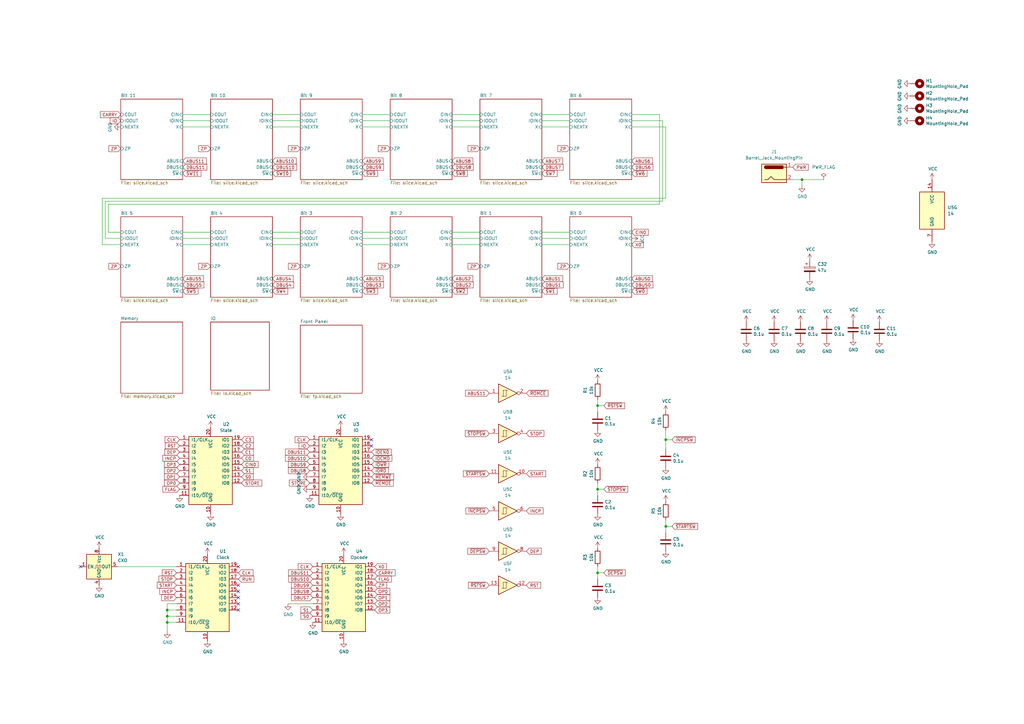
<source format=kicad_sch>
(kicad_sch (version 20230121) (generator eeschema)
  (paper "A3")
  (lib_symbols
    (symbol "74xx:74LS14" (pin_names (offset 1.016))
      (property "Reference" "U" (at 0 1.27 0))
      (property "Value" "74LS14" (at 0 -1.27 0))
      (symbol "74LS14_1_0"
        (polyline (pts (xy -3.81 3.81) (xy -3.81 -3.81) (xy 3.81 0) (xy -3.81 3.81)) (stroke (width 0.254)) (fill (type background)))
        (pin input line (at -7.62 0 0) (length 3.81) (name "~") (number "1"))
        (pin output inverted (at 7.62 0 180) (length 3.81) (name "~") (number "2"))
      )
      (symbol "74LS14_1_1"
        (polyline (pts (xy -1.905 -1.27) (xy -1.905 1.27) (xy -0.635 1.27)))
        (polyline (pts (xy -2.54 -1.27) (xy -0.635 -1.27) (xy -0.635 1.27) (xy 0 1.27)))
      )
      (symbol "74LS14_2_0"
        (polyline (pts (xy -3.81 3.81) (xy -3.81 -3.81) (xy 3.81 0) (xy -3.81 3.81)) (stroke (width 0.254)) (fill (type background)))
        (pin input line (at -7.62 0 0) (length 3.81) (name "~") (number "3"))
        (pin output inverted (at 7.62 0 180) (length 3.81) (name "~") (number "4"))
      )
      (symbol "74LS14_2_1"
        (polyline (pts (xy -1.905 -1.27) (xy -1.905 1.27) (xy -0.635 1.27)))
        (polyline (pts (xy -2.54 -1.27) (xy -0.635 -1.27) (xy -0.635 1.27) (xy 0 1.27)))
      )
      (symbol "74LS14_3_0"
        (polyline (pts (xy -3.81 3.81) (xy -3.81 -3.81) (xy 3.81 0) (xy -3.81 3.81)) (stroke (width 0.254)) (fill (type background)))
        (pin input line (at -7.62 0 0) (length 3.81) (name "~") (number "5"))
        (pin output inverted (at 7.62 0 180) (length 3.81) (name "~") (number "6"))
      )
      (symbol "74LS14_3_1"
        (polyline (pts (xy -1.905 -1.27) (xy -1.905 1.27) (xy -0.635 1.27)))
        (polyline (pts (xy -2.54 -1.27) (xy -0.635 -1.27) (xy -0.635 1.27) (xy 0 1.27)))
      )
      (symbol "74LS14_4_0"
        (polyline (pts (xy -3.81 3.81) (xy -3.81 -3.81) (xy 3.81 0) (xy -3.81 3.81)) (stroke (width 0.254)) (fill (type background)))
        (pin output inverted (at 7.62 0 180) (length 3.81) (name "~") (number "8"))
        (pin input line (at -7.62 0 0) (length 3.81) (name "~") (number "9"))
      )
      (symbol "74LS14_4_1"
        (polyline (pts (xy -1.905 -1.27) (xy -1.905 1.27) (xy -0.635 1.27)))
        (polyline (pts (xy -2.54 -1.27) (xy -0.635 -1.27) (xy -0.635 1.27) (xy 0 1.27)))
      )
      (symbol "74LS14_5_0"
        (polyline (pts (xy -3.81 3.81) (xy -3.81 -3.81) (xy 3.81 0) (xy -3.81 3.81)) (stroke (width 0.254)) (fill (type background)))
        (pin output inverted (at 7.62 0 180) (length 3.81) (name "~") (number "10"))
        (pin input line (at -7.62 0 0) (length 3.81) (name "~") (number "11"))
      )
      (symbol "74LS14_5_1"
        (polyline (pts (xy -1.905 -1.27) (xy -1.905 1.27) (xy -0.635 1.27)))
        (polyline (pts (xy -2.54 -1.27) (xy -0.635 -1.27) (xy -0.635 1.27) (xy 0 1.27)))
      )
      (symbol "74LS14_6_0"
        (polyline (pts (xy -3.81 3.81) (xy -3.81 -3.81) (xy 3.81 0) (xy -3.81 3.81)) (stroke (width 0.254)) (fill (type background)))
        (pin output inverted (at 7.62 0 180) (length 3.81) (name "~") (number "12"))
        (pin input line (at -7.62 0 0) (length 3.81) (name "~") (number "13"))
      )
      (symbol "74LS14_6_1"
        (polyline (pts (xy -1.905 -1.27) (xy -1.905 1.27) (xy -0.635 1.27)))
        (polyline (pts (xy -2.54 -1.27) (xy -0.635 -1.27) (xy -0.635 1.27) (xy 0 1.27)))
      )
      (symbol "74LS14_7_0"
        (pin power_in line (at 0 12.7 270) (length 5.08) (name "VCC") (number "14"))
        (pin power_in line (at 0 -12.7 90) (length 5.08) (name "GND") (number "7"))
      )
      (symbol "74LS14_7_1"
        (rectangle (start -5.08 7.62) (end 5.08 -7.62) (stroke (width 0.254)) (fill (type background)))
      )
    )
    (symbol "Connector:Barrel_Jack" (pin_names (offset 1.016))
      (property "Reference" "J" (at 0 5.334 0))
      (property "Value" "Barrel_Jack" (at 0 -5.08 0))
      (symbol "Barrel_Jack_0_1"
        (rectangle (start -5.08 3.81) (end 5.08 -3.81) (stroke (width 0.254)) (fill (type background)))
        (arc (start -3.302 3.175) (mid -3.9343 2.54) (end -3.302 1.905) (stroke (width 0.254)))
        (arc (start -3.302 3.175) (mid -3.9343 2.54) (end -3.302 1.905) (stroke (width 0.254)) (fill (type outline)))
        (polyline (pts (xy 5.08 2.54) (xy 3.81 2.54)) (stroke (width 0.254)))
        (polyline (pts (xy -3.81 -2.54) (xy -2.54 -2.54) (xy -1.27 -1.27) (xy 0 -2.54) (xy 2.54 -2.54) (xy 5.08 -2.54)) (stroke (width 0.254)))
        (rectangle (start 3.683 3.175) (end -3.302 1.905) (stroke (width 0.254)) (fill (type outline)))
      )
      (symbol "Barrel_Jack_1_1"
        (pin passive line (at 7.62 2.54 180) (length 2.54) (name "~") (number "1"))
        (pin passive line (at 7.62 -2.54 180) (length 2.54) (name "~") (number "2"))
      )
    )
    (symbol "Device:C" (pin_numbers hide) (pin_names (offset 0.254))
      (property "Reference" "C" (at 0.635 2.54 0))
      (property "Value" "C" (at 0.635 -2.54 0))
      (symbol "C_0_1"
        (polyline (pts (xy -2.032 -0.762) (xy 2.032 -0.762)) (stroke (width 0.508)))
        (polyline (pts (xy -2.032 0.762) (xy 2.032 0.762)) (stroke (width 0.508)))
      )
      (symbol "C_1_1"
        (pin passive line (at 0 3.81 270) (length 2.794) (name "~") (number "1"))
        (pin passive line (at 0 -3.81 90) (length 2.794) (name "~") (number "2"))
      )
    )
    (symbol "Device:C_Polarized" (pin_numbers hide) (pin_names (offset 0.254))
      (property "Reference" "C" (at 0.635 2.54 0))
      (property "Value" "C_Polarized" (at 0.635 -2.54 0))
      (symbol "C_Polarized_0_1"
        (rectangle (start -2.286 0.508) (end 2.286 1.016))
        (polyline (pts (xy -1.778 2.286) (xy -0.762 2.286)))
        (polyline (pts (xy -1.27 2.794) (xy -1.27 1.778)))
        (rectangle (start 2.286 -0.508) (end -2.286 -1.016) (fill (type outline)))
      )
      (symbol "C_Polarized_1_1"
        (pin passive line (at 0 3.81 270) (length 2.794) (name "~") (number "1"))
        (pin passive line (at 0 -3.81 90) (length 2.794) (name "~") (number "2"))
      )
    )
    (symbol "Device:R" (pin_numbers hide) (pin_names (offset 0))
      (property "Reference" "R" (at 2.032 0 90))
      (property "Value" "R" (at 0 0 90))
      (symbol "R_0_1"
        (rectangle (start -1.016 -2.54) (end 1.016 2.54) (stroke (width 0.254)))
      )
      (symbol "R_1_1"
        (pin passive line (at 0 3.81 270) (length 1.27) (name "~") (number "1"))
        (pin passive line (at 0 -3.81 90) (length 1.27) (name "~") (number "2"))
      )
    )
    (symbol "Logic_Programmable:GAL16V8" (pin_names (offset 1.016))
      (property "Reference" "U" (at -8.89 16.51 0))
      (property "Value" "GAL16V8" (at 1.27 16.51 0))
      (symbol "GAL16V8_0_0"
        (pin power_in line (at 0 -17.78 90) (length 3.81) (name "GND") (number "10"))
        (pin power_in line (at 0 17.78 270) (length 3.81) (name "VCC") (number "20"))
      )
      (symbol "GAL16V8_0_1"
        (rectangle (start -8.89 13.97) (end 8.89 -13.97) (stroke (width 0.254)) (fill (type background)))
      )
      (symbol "GAL16V8_1_1"
        (pin input line (at -12.7 12.7 0) (length 3.81) (name "I1/CLK") (number "1"))
        (pin input line (at -12.7 -10.16 0) (length 3.81) (name "I10/~{OE}") (number "11"))
        (pin tri_state line (at 12.7 -5.08 180) (length 3.81) (name "IO8") (number "12"))
        (pin tri_state line (at 12.7 -2.54 180) (length 3.81) (name "IO7") (number "13"))
        (pin tri_state line (at 12.7 0 180) (length 3.81) (name "IO6") (number "14"))
        (pin tri_state line (at 12.7 2.54 180) (length 3.81) (name "IO5") (number "15"))
        (pin tri_state line (at 12.7 5.08 180) (length 3.81) (name "IO4") (number "16"))
        (pin tri_state line (at 12.7 7.62 180) (length 3.81) (name "I03") (number "17"))
        (pin tri_state line (at 12.7 10.16 180) (length 3.81) (name "IO2") (number "18"))
        (pin tri_state line (at 12.7 12.7 180) (length 3.81) (name "IO1") (number "19"))
        (pin input line (at -12.7 10.16 0) (length 3.81) (name "I2") (number "2"))
        (pin input line (at -12.7 7.62 0) (length 3.81) (name "I3") (number "3"))
        (pin input line (at -12.7 5.08 0) (length 3.81) (name "I4") (number "4"))
        (pin input line (at -12.7 2.54 0) (length 3.81) (name "I5") (number "5"))
        (pin input line (at -12.7 0 0) (length 3.81) (name "I6") (number "6"))
        (pin input line (at -12.7 -2.54 0) (length 3.81) (name "I7") (number "7"))
        (pin input line (at -12.7 -5.08 0) (length 3.81) (name "I8") (number "8"))
        (pin input line (at -12.7 -7.62 0) (length 3.81) (name "I9") (number "9"))
      )
    )
    (symbol "Mechanical:MountingHole_Pad" (pin_numbers hide) (pin_names (offset 1.016) hide)
      (property "Reference" "H" (at 0 6.35 0))
      (property "Value" "MountingHole_Pad" (at 0 4.445 0))
      (symbol "MountingHole_Pad_0_1"
        (circle (center 0 1.27) (radius 1.27) (stroke (width 1.27)))
      )
      (symbol "MountingHole_Pad_1_1"
        (pin input line (at 0 -2.54 90) (length 2.54) (name "1") (number "1"))
      )
    )
    (symbol "Oscillator:CXO_DIP8" (pin_names (offset 0.254))
      (property "Reference" "X" (at -5.08 6.35 0))
      (property "Value" "CXO_DIP8" (at 1.27 -6.35 0))
      (symbol "CXO_DIP8_0_1"
        (rectangle (start -5.08 5.08) (end 5.08 -5.08) (stroke (width 0.254)) (fill (type background)))
        (polyline (pts (xy -1.905 -0.635) (xy -1.27 -0.635) (xy -1.27 0.635) (xy -0.635 0.635) (xy -0.635 -0.635) (xy 0 -0.635) (xy 0 0.635) (xy 0.635 0.635) (xy 0.635 -0.635)))
      )
      (symbol "CXO_DIP8_1_1"
        (pin input line (at -7.62 0 0) (length 2.54) (name "EN") (number "1"))
        (pin power_in line (at 0 -7.62 90) (length 2.54) (name "GND") (number "4"))
        (pin output line (at 7.62 0 180) (length 2.54) (name "OUT") (number "5"))
        (pin power_in line (at 0 7.62 270) (length 2.54) (name "Vcc") (number "8"))
      )
    )
    (symbol "power:GND" (power) (pin_names (offset 0))
      (property "Value" "GND" (at 0 -3.81 0))
      (symbol "GND_0_1"
        (polyline (pts (xy 0 0) (xy 0 -1.27) (xy 1.27 -1.27) (xy 0 -2.54) (xy -1.27 -1.27) (xy 0 -1.27)))
      )
      (symbol "GND_1_1"
        (pin power_in line (at 0 0 270) (length 0) hide (name "GND") (number "1"))
      )
    )
    (symbol "power:PWR_FLAG" (power) (pin_numbers hide) (pin_names (offset 0) hide)
      (property "Value" "PWR_FLAG" (at 0 3.81 0))
      (symbol "PWR_FLAG_0_0"
        (pin power_out line (at 0 0 90) (length 0) (name "pwr") (number "1"))
      )
      (symbol "PWR_FLAG_0_1"
        (polyline (pts (xy 0 0) (xy 0 1.27) (xy -1.016 1.905) (xy 0 2.54) (xy 1.016 1.905) (xy 0 1.27)))
      )
    )
    (symbol "power:VCC" (power) (pin_names (offset 0))
      (property "Value" "VCC" (at 0 3.81 0))
      (symbol "VCC_0_1"
        (polyline (pts (xy -0.762 1.27) (xy 0 2.54)))
        (polyline (pts (xy 0 0) (xy 0 2.54)))
        (polyline (pts (xy 0 2.54) (xy 0.762 1.27)))
      )
      (symbol "VCC_1_1"
        (pin power_in line (at 0 0 90) (length 0) hide (name "VCC") (number "1"))
      )
    )
  )
  (junction (at 273.05 180.34))
  (junction (at 68.58 250.19))
  (junction (at 245.11 200.66))
  (junction (at 328.93 73.66))
  (junction (at 68.58 252.73))
  (junction (at 245.11 166.37))
  (junction (at 273.05 215.9))
  (junction (at 245.11 234.95))
  (junction (at 68.58 255.27))
  (no_connect (at 97.79 245.11))
  (no_connect (at 152.4 180.34))
  (no_connect (at 97.79 240.03))
  (no_connect (at 33.02 232.41))
  (no_connect (at 152.4 182.88))
  (no_connect (at 97.79 247.65))
  (no_connect (at 97.79 232.41))
  (no_connect (at 97.79 242.57))
  (no_connect (at 97.79 250.19))
  (wire (pts (xy 148.59 46.99) (xy 160.02 46.99)))
  (wire (pts (xy 271.78 82.55) (xy 43.18 82.55)))
  (wire (pts (xy 111.76 95.25) (xy 123.19 95.25)))
  (wire (pts (xy 41.91 100.33) (xy 49.53 100.33)))
  (wire (pts (xy 245.11 232.41) (xy 245.11 234.95)))
  (wire (pts (xy 273.05 52.07) (xy 273.05 81.28)))
  (wire (pts (xy 48.26 232.41) (xy 72.39 232.41)))
  (wire (pts (xy 68.58 250.19) (xy 72.39 250.19)))
  (wire (pts (xy 41.91 81.28) (xy 273.05 81.28)))
  (wire (pts (xy 74.93 97.79) (xy 86.36 97.79)))
  (wire (pts (xy 148.59 97.79) (xy 160.02 97.79)))
  (wire (pts (xy 68.58 252.73) (xy 72.39 252.73)))
  (wire (pts (xy 68.58 255.27) (xy 72.39 255.27)))
  (wire (pts (xy 41.91 100.33) (xy 41.91 81.28)))
  (wire (pts (xy 245.11 198.12) (xy 245.11 200.66)))
  (wire (pts (xy 222.25 95.25) (xy 233.68 95.25)))
  (wire (pts (xy 44.45 95.25) (xy 44.45 83.82)))
  (wire (pts (xy 111.76 46.99) (xy 123.19 46.99)))
  (wire (pts (xy 270.51 46.99) (xy 270.51 83.82)))
  (wire (pts (xy 222.25 97.79) (xy 233.68 97.79)))
  (wire (pts (xy 222.25 49.53) (xy 233.68 49.53)))
  (wire (pts (xy 273.05 215.9) (xy 275.59 215.9)))
  (wire (pts (xy 270.51 46.99) (xy 259.08 46.99)))
  (wire (pts (xy 111.76 49.53) (xy 123.19 49.53)))
  (wire (pts (xy 245.11 234.95) (xy 245.11 237.49)))
  (wire (pts (xy 74.93 95.25) (xy 86.36 95.25)))
  (wire (pts (xy 259.08 49.53) (xy 271.78 49.53)))
  (wire (pts (xy 245.11 200.66) (xy 247.65 200.66)))
  (wire (pts (xy 68.58 259.08) (xy 68.58 255.27)))
  (wire (pts (xy 273.05 180.34) (xy 275.59 180.34)))
  (wire (pts (xy 328.93 73.66) (xy 337.82 73.66)))
  (wire (pts (xy 74.93 100.33) (xy 86.36 100.33)))
  (wire (pts (xy 185.42 95.25) (xy 196.85 95.25)))
  (wire (pts (xy 43.18 82.55) (xy 43.18 97.79)))
  (wire (pts (xy 259.08 52.07) (xy 273.05 52.07)))
  (wire (pts (xy 245.11 166.37) (xy 247.65 166.37)))
  (wire (pts (xy 74.93 52.07) (xy 86.36 52.07)))
  (wire (pts (xy 273.05 215.9) (xy 273.05 218.44)))
  (wire (pts (xy 273.05 176.53) (xy 273.05 180.34)))
  (wire (pts (xy 273.05 180.34) (xy 273.05 184.15)))
  (wire (pts (xy 148.59 95.25) (xy 160.02 95.25)))
  (wire (pts (xy 245.11 200.66) (xy 245.11 203.2)))
  (wire (pts (xy 44.45 83.82) (xy 270.51 83.82)))
  (wire (pts (xy 68.58 255.27) (xy 68.58 252.73)))
  (wire (pts (xy 111.76 100.33) (xy 123.19 100.33)))
  (wire (pts (xy 68.58 252.73) (xy 68.58 250.19)))
  (wire (pts (xy 148.59 49.53) (xy 160.02 49.53)))
  (wire (pts (xy 68.58 247.65) (xy 68.58 250.19)))
  (wire (pts (xy 111.76 97.79) (xy 123.19 97.79)))
  (wire (pts (xy 328.93 73.66) (xy 325.12 73.66)))
  (wire (pts (xy 185.42 97.79) (xy 196.85 97.79)))
  (wire (pts (xy 185.42 49.53) (xy 196.85 49.53)))
  (wire (pts (xy 44.45 95.25) (xy 49.53 95.25)))
  (wire (pts (xy 74.93 46.99) (xy 86.36 46.99)))
  (wire (pts (xy 118.11 247.65) (xy 128.27 247.65)))
  (wire (pts (xy 222.25 52.07) (xy 233.68 52.07)))
  (wire (pts (xy 245.11 234.95) (xy 247.65 234.95)))
  (wire (pts (xy 273.05 213.36) (xy 273.05 215.9)))
  (wire (pts (xy 328.93 76.2) (xy 328.93 73.66)))
  (wire (pts (xy 72.39 247.65) (xy 68.58 247.65)))
  (wire (pts (xy 271.78 49.53) (xy 271.78 82.55)))
  (wire (pts (xy 43.18 97.79) (xy 49.53 97.79)))
  (wire (pts (xy 185.42 52.07) (xy 196.85 52.07)))
  (wire (pts (xy 148.59 100.33) (xy 160.02 100.33)))
  (wire (pts (xy 245.11 166.37) (xy 245.11 168.91)))
  (wire (pts (xy 74.93 49.53) (xy 86.36 49.53)))
  (wire (pts (xy 185.42 100.33) (xy 196.85 100.33)))
  (wire (pts (xy 222.25 100.33) (xy 233.68 100.33)))
  (wire (pts (xy 148.59 52.07) (xy 160.02 52.07)))
  (wire (pts (xy 111.76 52.07) (xy 123.19 52.07)))
  (wire (pts (xy 185.42 46.99) (xy 196.85 46.99)))
  (wire (pts (xy 245.11 163.83) (xy 245.11 166.37)))
  (wire (pts (xy 222.25 46.99) (xy 233.68 46.99)))
  (global_label "ABUS1" (shape input) (at 222.25 114.3 0) (property "Intersheetrefs" "${INTERSHEET_REFS}" (effects hide)))
  (global_label "~{IOWR}" (shape input) (at 152.4 190.5 0) (property "Intersheetrefs" "${INTERSHEET_REFS}" (effects hide)))
  (global_label "ZP" (shape input) (at 123.19 60.96 180) (property "Intersheetrefs" "${INTERSHEET_REFS}" (effects hide)))
  (global_label "RST" (shape input) (at 73.66 182.88 180) (property "Intersheetrefs" "${INTERSHEET_REFS}" (effects hide)))
  (global_label "ZP" (shape input) (at 233.68 109.22 180) (property "Intersheetrefs" "${INTERSHEET_REFS}" (effects hide)))
  (global_label "S1" (shape input) (at 128.27 250.19 180) (property "Intersheetrefs" "${INTERSHEET_REFS}" (effects hide)))
  (global_label "~{DEPSW}" (shape input) (at 247.65 234.95 0) (property "Intersheetrefs" "${INTERSHEET_REFS}" (effects hide)))
  (global_label "DBUS9" (shape input) (at 128.27 240.03 180) (property "Intersheetrefs" "${INTERSHEET_REFS}" (effects hide)))
  (global_label "CLK" (shape input) (at 128.27 232.41 180) (property "Intersheetrefs" "${INTERSHEET_REFS}" (effects hide)))
  (global_label "ABUS4" (shape input) (at 111.76 114.3 0) (property "Intersheetrefs" "${INTERSHEET_REFS}" (effects hide)))
  (global_label "DBUS4" (shape input) (at 111.76 116.84 0) (property "Intersheetrefs" "${INTERSHEET_REFS}" (effects hide)))
  (global_label "DBUS2" (shape input) (at 185.42 116.84 0) (property "Intersheetrefs" "${INTERSHEET_REFS}" (effects hide)))
  (global_label "~{MEMOE}" (shape input) (at 152.4 198.12 0) (property "Intersheetrefs" "${INTERSHEET_REFS}" (effects hide)))
  (global_label "ZP" (shape input) (at 123.19 109.22 180) (property "Intersheetrefs" "${INTERSHEET_REFS}" (effects hide)))
  (global_label "DBUS0" (shape input) (at 259.08 116.84 0) (property "Intersheetrefs" "${INTERSHEET_REFS}" (effects hide)))
  (global_label "~{STARTSW}" (shape input) (at 200.66 194.31 180) (property "Intersheetrefs" "${INTERSHEET_REFS}" (effects hide)))
  (global_label "ABUS10" (shape input) (at 111.76 66.04 0) (property "Intersheetrefs" "${INTERSHEET_REFS}" (effects hide)))
  (global_label "ABUS11" (shape input) (at 200.66 161.29 180) (property "Intersheetrefs" "${INTERSHEET_REFS}" (effects hide)))
  (global_label "ZP" (shape input) (at 49.53 60.96 180) (property "Intersheetrefs" "${INTERSHEET_REFS}" (effects hide)))
  (global_label "ZP" (shape input) (at 86.36 109.22 180) (property "Intersheetrefs" "${INTERSHEET_REFS}" (effects hide)))
  (global_label "DBUS11" (shape input) (at 128.27 234.95 180) (property "Intersheetrefs" "${INTERSHEET_REFS}" (effects hide)))
  (global_label "ZP" (shape input) (at 160.02 60.96 180) (property "Intersheetrefs" "${INTERSHEET_REFS}" (effects hide)))
  (global_label "STORE" (shape input) (at 127 198.12 180) (property "Intersheetrefs" "${INTERSHEET_REFS}" (effects hide)))
  (global_label "STOP" (shape input) (at 72.39 237.49 180) (property "Intersheetrefs" "${INTERSHEET_REFS}" (effects hide)))
  (global_label "DEP" (shape input) (at 72.39 245.11 180) (property "Intersheetrefs" "${INTERSHEET_REFS}" (effects hide)))
  (global_label "ZP" (shape input) (at 196.85 109.22 180) (property "Intersheetrefs" "${INTERSHEET_REFS}" (effects hide)))
  (global_label "~{SW4}" (shape input) (at 111.76 119.38 0) (property "Intersheetrefs" "${INTERSHEET_REFS}" (effects hide)))
  (global_label "ZP" (shape input) (at 160.02 109.22 180) (property "Intersheetrefs" "${INTERSHEET_REFS}" (effects hide)))
  (global_label "ABUS7" (shape input) (at 222.25 66.04 0) (property "Intersheetrefs" "${INTERSHEET_REFS}" (effects hide)))
  (global_label "CLK" (shape input) (at 97.79 234.95 0) (property "Intersheetrefs" "${INTERSHEET_REFS}" (effects hide)))
  (global_label "~{SW2}" (shape input) (at 185.42 119.38 0) (property "Intersheetrefs" "${INTERSHEET_REFS}" (effects hide)))
  (global_label "S0" (shape input) (at 128.27 252.73 180) (property "Intersheetrefs" "${INTERSHEET_REFS}" (effects hide)))
  (global_label "INCP" (shape input) (at 73.66 187.96 180) (property "Intersheetrefs" "${INTERSHEET_REFS}" (effects hide)))
  (global_label "~{SW7}" (shape input) (at 222.25 71.12 0) (property "Intersheetrefs" "${INTERSHEET_REFS}" (effects hide)))
  (global_label "~{SW3}" (shape input) (at 148.59 119.38 0) (property "Intersheetrefs" "${INTERSHEET_REFS}" (effects hide)))
  (global_label "ABUS3" (shape input) (at 148.59 114.3 0) (property "Intersheetrefs" "${INTERSHEET_REFS}" (effects hide)))
  (global_label "DBUS7" (shape input) (at 222.25 68.58 0) (property "Intersheetrefs" "${INTERSHEET_REFS}" (effects hide)))
  (global_label "X0" (shape input) (at 153.67 232.41 0) (property "Intersheetrefs" "${INTERSHEET_REFS}" (effects hide)))
  (global_label "DBUS9" (shape input) (at 127 190.5 180) (property "Intersheetrefs" "${INTERSHEET_REFS}" (effects hide)))
  (global_label "~{RSTSW}" (shape input) (at 200.66 240.03 180) (property "Intersheetrefs" "${INTERSHEET_REFS}" (effects hide)))
  (global_label "DBUS8" (shape input) (at 127 193.04 180) (property "Intersheetrefs" "${INTERSHEET_REFS}" (effects hide)))
  (global_label "IO" (shape input) (at 127 182.88 180) (property "Intersheetrefs" "${INTERSHEET_REFS}" (effects hide)))
  (global_label "DBUS11" (shape input) (at 127 185.42 180) (property "Intersheetrefs" "${INTERSHEET_REFS}" (effects hide)))
  (global_label "ABUS8" (shape input) (at 185.42 66.04 0) (property "Intersheetrefs" "${INTERSHEET_REFS}" (effects hide)))
  (global_label "~{STARTSW}" (shape input) (at 275.59 215.9 0) (property "Intersheetrefs" "${INTERSHEET_REFS}" (effects hide)))
  (global_label "DEP" (shape input) (at 215.9 226.06 0) (property "Intersheetrefs" "${INTERSHEET_REFS}" (effects hide)))
  (global_label "X0" (shape input) (at 259.08 100.33 0) (property "Intersheetrefs" "${INTERSHEET_REFS}" (effects hide)))
  (global_label "DBUS6" (shape input) (at 259.08 68.58 0) (property "Intersheetrefs" "${INTERSHEET_REFS}" (effects hide)))
  (global_label "ZP" (shape input) (at 233.68 60.96 180) (property "Intersheetrefs" "${INTERSHEET_REFS}" (effects hide)))
  (global_label "DBUS10" (shape input) (at 111.76 68.58 0) (property "Intersheetrefs" "${INTERSHEET_REFS}" (effects hide)))
  (global_label "~{SW0}" (shape input) (at 259.08 119.38 0) (property "Intersheetrefs" "${INTERSHEET_REFS}" (effects hide)))
  (global_label "C2" (shape input) (at 99.06 182.88 0) (property "Intersheetrefs" "${INTERSHEET_REFS}" (effects hide)))
  (global_label "~{IORD}" (shape input) (at 152.4 193.04 0) (property "Intersheetrefs" "${INTERSHEET_REFS}" (effects hide)))
  (global_label "DBUS5" (shape input) (at 74.93 116.84 0) (property "Intersheetrefs" "${INTERSHEET_REFS}" (effects hide)))
  (global_label "FLAG" (shape input) (at 153.67 237.49 0) (property "Intersheetrefs" "${INTERSHEET_REFS}" (effects hide)))
  (global_label "ABUS9" (shape input) (at 148.59 66.04 0) (property "Intersheetrefs" "${INTERSHEET_REFS}" (effects hide)))
  (global_label "ABUS5" (shape input) (at 74.93 114.3 0) (property "Intersheetrefs" "${INTERSHEET_REFS}" (effects hide)))
  (global_label "START" (shape input) (at 72.39 240.03 180) (property "Intersheetrefs" "${INTERSHEET_REFS}" (effects hide)))
  (global_label "CLK" (shape input) (at 73.66 180.34 180) (property "Intersheetrefs" "${INTERSHEET_REFS}" (effects hide)))
  (global_label "CIN0" (shape input) (at 259.08 95.25 0) (property "Intersheetrefs" "${INTERSHEET_REFS}" (effects hide)))
  (global_label "OP0" (shape input) (at 73.66 198.12 180) (property "Intersheetrefs" "${INTERSHEET_REFS}" (effects hide)))
  (global_label "INCP" (shape input) (at 215.9 209.55 0) (property "Intersheetrefs" "${INTERSHEET_REFS}" (effects hide)))
  (global_label "DBUS3" (shape input) (at 148.59 116.84 0) (property "Intersheetrefs" "${INTERSHEET_REFS}" (effects hide)))
  (global_label "DBUS10" (shape input) (at 127 187.96 180) (property "Intersheetrefs" "${INTERSHEET_REFS}" (effects hide)))
  (global_label "PWR" (shape input) (at 325.12 68.58 0) (property "Intersheetrefs" "${INTERSHEET_REFS}" (effects hide)))
  (global_label "ABUS2" (shape input) (at 185.42 114.3 0) (property "Intersheetrefs" "${INTERSHEET_REFS}" (effects hide)))
  (global_label "ABUS11" (shape input) (at 74.93 66.04 0) (property "Intersheetrefs" "${INTERSHEET_REFS}" (effects hide)))
  (global_label "ZP" (shape input) (at 196.85 60.96 180) (property "Intersheetrefs" "${INTERSHEET_REFS}" (effects hide)))
  (global_label "C1" (shape input) (at 99.06 185.42 0) (property "Intersheetrefs" "${INTERSHEET_REFS}" (effects hide)))
  (global_label "OP2" (shape input) (at 73.66 193.04 180) (property "Intersheetrefs" "${INTERSHEET_REFS}" (effects hide)))
  (global_label "~{SW10}" (shape input) (at 111.76 71.12 0) (property "Intersheetrefs" "${INTERSHEET_REFS}" (effects hide)))
  (global_label "FLAG" (shape input) (at 73.66 200.66 180) (property "Intersheetrefs" "${INTERSHEET_REFS}" (effects hide)))
  (global_label "DBUS8" (shape input) (at 185.42 68.58 0) (property "Intersheetrefs" "${INTERSHEET_REFS}" (effects hide)))
  (global_label "STOP" (shape input) (at 215.9 177.8 0) (property "Intersheetrefs" "${INTERSHEET_REFS}" (effects hide)))
  (global_label "DBUS8" (shape input) (at 128.27 242.57 180) (property "Intersheetrefs" "${INTERSHEET_REFS}" (effects hide)))
  (global_label "~{SW9}" (shape input) (at 148.59 71.12 0) (property "Intersheetrefs" "${INTERSHEET_REFS}" (effects hide)))
  (global_label "~{RSTSW}" (shape input) (at 247.65 166.37 0) (property "Intersheetrefs" "${INTERSHEET_REFS}" (effects hide)))
  (global_label "~{SW6}" (shape input) (at 259.08 71.12 0) (property "Intersheetrefs" "${INTERSHEET_REFS}" (effects hide)))
  (global_label "ZP" (shape input) (at 153.67 240.03 0) (property "Intersheetrefs" "${INTERSHEET_REFS}" (effects hide)))
  (global_label "DBUS10" (shape input) (at 128.27 237.49 180) (property "Intersheetrefs" "${INTERSHEET_REFS}" (effects hide)))
  (global_label "DBUS1" (shape input) (at 222.25 116.84 0) (property "Intersheetrefs" "${INTERSHEET_REFS}" (effects hide)))
  (global_label "~{IOCMD}" (shape input) (at 152.4 187.96 0) (property "Intersheetrefs" "${INTERSHEET_REFS}" (effects hide)))
  (global_label "~{STOPSW}" (shape input) (at 200.66 177.8 180) (property "Intersheetrefs" "${INTERSHEET_REFS}" (effects hide)))
  (global_label "CIN0" (shape input) (at 99.06 190.5 0) (property "Intersheetrefs" "${INTERSHEET_REFS}" (effects hide)))
  (global_label "~{INCPSW}" (shape input) (at 200.66 209.55 180) (property "Intersheetrefs" "${INTERSHEET_REFS}" (effects hide)))
  (global_label "RST" (shape input) (at 72.39 234.95 180) (property "Intersheetrefs" "${INTERSHEET_REFS}" (effects hide)))
  (global_label "DBUS11" (shape input) (at 74.93 68.58 0) (property "Intersheetrefs" "${INTERSHEET_REFS}" (effects hide)))
  (global_label "RUN" (shape input) (at 97.79 237.49 0) (property "Intersheetrefs" "${INTERSHEET_REFS}" (effects hide)))
  (global_label "ZP" (shape input) (at 86.36 60.96 180) (property "Intersheetrefs" "${INTERSHEET_REFS}" (effects hide)))
  (global_label "S1" (shape input) (at 99.06 193.04 0) (property "Intersheetrefs" "${INTERSHEET_REFS}" (effects hide)))
  (global_label "IO" (shape input) (at 49.53 49.53 180) (property "Intersheetrefs" "${INTERSHEET_REFS}" (effects hide)))
  (global_label "~{MEMWE}" (shape input) (at 152.4 195.58 0) (property "Intersheetrefs" "${INTERSHEET_REFS}" (effects hide)))
  (global_label "OP3" (shape input) (at 73.66 190.5 180) (property "Intersheetrefs" "${INTERSHEET_REFS}" (effects hide)))
  (global_label "~{SW11}" (shape input) (at 74.93 71.12 0) (property "Intersheetrefs" "${INTERSHEET_REFS}" (effects hide)))
  (global_label "OP1" (shape input) (at 73.66 195.58 180) (property "Intersheetrefs" "${INTERSHEET_REFS}" (effects hide)))
  (global_label "~{IOEN0}" (shape input) (at 152.4 185.42 0) (property "Intersheetrefs" "${INTERSHEET_REFS}" (effects hide)))
  (global_label "~{SW5}" (shape input) (at 74.93 119.38 0) (property "Intersheetrefs" "${INTERSHEET_REFS}" (effects hide)))
  (global_label "DBUS7" (shape input) (at 128.27 245.11 180) (property "Intersheetrefs" "${INTERSHEET_REFS}" (effects hide)))
  (global_label "~{DEPSW}" (shape input) (at 200.66 226.06 180) (property "Intersheetrefs" "${INTERSHEET_REFS}" (effects hide)))
  (global_label "CARRY" (shape input) (at 49.53 46.99 180) (property "Intersheetrefs" "${INTERSHEET_REFS}" (effects hide)))
  (global_label "START" (shape input) (at 215.9 194.31 0) (property "Intersheetrefs" "${INTERSHEET_REFS}" (effects hide)))
  (global_label "~{STOPSW}" (shape input) (at 247.65 200.66 0) (property "Intersheetrefs" "${INTERSHEET_REFS}" (effects hide)))
  (global_label "~{SW1}" (shape input) (at 222.25 119.38 0) (property "Intersheetrefs" "${INTERSHEET_REFS}" (effects hide)))
  (global_label "~{SW8}" (shape input) (at 185.42 71.12 0) (property "Intersheetrefs" "${INTERSHEET_REFS}" (effects hide)))
  (global_label "ABUS6" (shape input) (at 259.08 66.04 0) (property "Intersheetrefs" "${INTERSHEET_REFS}" (effects hide)))
  (global_label "OP0" (shape input) (at 153.67 242.57 0) (property "Intersheetrefs" "${INTERSHEET_REFS}" (effects hide)))
  (global_label "OP1" (shape input) (at 153.67 245.11 0) (property "Intersheetrefs" "${INTERSHEET_REFS}" (effects hide)))
  (global_label "C3" (shape input) (at 99.06 180.34 0) (property "Intersheetrefs" "${INTERSHEET_REFS}" (effects hide)))
  (global_label "ABUS0" (shape input) (at 259.08 114.3 0) (property "Intersheetrefs" "${INTERSHEET_REFS}" (effects hide)))
  (global_label "INCP" (shape input) (at 72.39 242.57 180) (property "Intersheetrefs" "${INTERSHEET_REFS}" (effects hide)))
  (global_label "~{INCPSW}" (shape input) (at 275.59 180.34 0) (property "Intersheetrefs" "${INTERSHEET_REFS}" (effects hide)))
  (global_label "C0" (shape input) (at 99.06 187.96 0) (property "Intersheetrefs" "${INTERSHEET_REFS}" (effects hide)))
  (global_label "~{ROMCE}" (shape input) (at 215.9 161.29 0) (property "Intersheetrefs" "${INTERSHEET_REFS}" (effects hide)))
  (global_label "RST" (shape input) (at 215.9 240.03 0) (property "Intersheetrefs" "${INTERSHEET_REFS}" (effects hide)))
  (global_label "DEP" (shape input) (at 73.66 185.42 180) (property "Intersheetrefs" "${INTERSHEET_REFS}" (effects hide)))
  (global_label "ZP" (shape input) (at 49.53 109.22 180) (property "Intersheetrefs" "${INTERSHEET_REFS}" (effects hide)))
  (global_label "CARRY" (shape input) (at 153.67 234.95 0) (property "Intersheetrefs" "${INTERSHEET_REFS}" (effects hide)))
  (global_label "DBUS9" (shape input) (at 148.59 68.58 0) (property "Intersheetrefs" "${INTERSHEET_REFS}" (effects hide)))
  (global_label "OP2" (shape input) (at 153.67 247.65 0) (property "Intersheetrefs" "${INTERSHEET_REFS}" (effects hide)))
  (global_label "OP3" (shape input) (at 153.67 250.19 0) (property "Intersheetrefs" "${INTERSHEET_REFS}" (effects hide)))
  (global_label "S0" (shape input) (at 99.06 195.58 0) (property "Intersheetrefs" "${INTERSHEET_REFS}" (effects hide)))
  (global_label "STORE" (shape input) (at 99.06 198.12 0) (property "Intersheetrefs" "${INTERSHEET_REFS}" (effects hide)))
  (global_label "CLK" (shape input) (at 127 180.34 180) (property "Intersheetrefs" "${INTERSHEET_REFS}" (effects hide)))
  (symbol (lib_id "Logic_Programmable:GAL16V8") (at 85.09 245.11 0) (unit 1)
    (property "Reference" "U1" (at 91.44 226.06 0))
    (property "Value" "Clock" (at 91.44 228.6 0))
    (property "Footprint" "Package_DIP:DIP-20_W7.62mm_Socket" (effects hide))
  )
  (symbol (lib_id "power:VCC") (at 85.09 227.33 0) (unit 1)
    (property "Reference" "#PWR06" (effects hide))
    (property "Value" "VCC" (at 85.471 222.9358 0))
  )
  (symbol (lib_id "power:VCC") (at 86.36 175.26 0) (unit 1)
    (property "Reference" "#PWR08" (effects hide))
    (property "Value" "VCC" (at 86.741 170.8658 0))
  )
  (symbol (lib_id "power:GND") (at 85.09 262.89 0) (unit 1)
    (property "Reference" "#PWR07" (effects hide))
    (property "Value" "GND" (at 85.217 267.2842 0))
  )
  (symbol (lib_id "power:GND") (at 86.36 210.82 0) (unit 1)
    (property "Reference" "#PWR09" (effects hide))
    (property "Value" "GND" (at 86.487 215.2142 0))
  )
  (symbol (lib_id "Logic_Programmable:GAL16V8") (at 86.36 193.04 0) (unit 1)
    (property "Reference" "U2" (at 92.71 173.99 0))
    (property "Value" "State" (at 92.71 176.53 0))
    (property "Footprint" "Package_DIP:DIP-20_W7.62mm_Socket" (effects hide))
  )
  (symbol (lib_id "power:VCC") (at 139.7 175.26 0) (unit 1)
    (property "Reference" "#PWR015" (effects hide))
    (property "Value" "VCC" (at 140.081 170.8658 0))
  )
  (symbol (lib_id "power:GND") (at 139.7 210.82 0) (unit 1)
    (property "Reference" "#PWR016" (effects hide))
    (property "Value" "GND" (at 139.827 215.2142 0))
  )
  (symbol (lib_id "Logic_Programmable:GAL16V8") (at 139.7 193.04 0) (unit 1)
    (property "Reference" "U3" (at 146.05 173.99 0))
    (property "Value" "IO" (at 146.05 176.53 0))
    (property "Footprint" "Package_DIP:DIP-20_W7.62mm_Socket" (effects hide))
  )
  (symbol (lib_id "power:VCC") (at 259.08 97.79 270) (unit 1)
    (property "Reference" "#PWR025" (effects hide))
    (property "Value" "VCC" (at 263.4742 98.171 0))
  )
  (symbol (lib_id "power:GND") (at 49.53 52.07 270) (unit 1)
    (property "Reference" "#PWR03" (effects hide))
    (property "Value" "GND" (at 45.1358 52.197 0))
  )
  (symbol (lib_id "Logic_Programmable:GAL16V8") (at 140.97 245.11 0) (unit 1)
    (property "Reference" "U4" (at 147.32 226.06 0))
    (property "Value" "Opcode" (at 147.32 228.6 0))
    (property "Footprint" "Package_DIP:DIP-20_W7.62mm_Socket" (effects hide))
  )
  (symbol (lib_id "power:GND") (at 140.97 262.89 0) (unit 1)
    (property "Reference" "#PWR018" (effects hide))
    (property "Value" "GND" (at 141.097 267.2842 0))
  )
  (symbol (lib_id "power:VCC") (at 140.97 227.33 0) (unit 1)
    (property "Reference" "#PWR017" (effects hide))
    (property "Value" "VCC" (at 141.351 222.9358 0))
  )
  (symbol (lib_id "Oscillator:CXO_DIP8") (at 40.64 232.41 0) (unit 1)
    (property "Reference" "X1" (at 48.26 227.33 0) (effects (justify left)))
    (property "Value" "CXO" (at 48.26 229.87 0) (effects (justify left)))
    (property "Footprint" "Package_DIP:DIP-8_W7.62mm_Socket" (effects hide))
    (property "Datasheet" "http://cdn-reichelt.de/documents/datenblatt/B400/OSZI.pdf" (effects hide))
  )
  (symbol (lib_id "power:GND") (at 40.64 240.03 0) (unit 1)
    (property "Reference" "#PWR02" (effects hide))
    (property "Value" "GND" (at 40.767 244.4242 0))
  )
  (symbol (lib_id "power:VCC") (at 40.64 224.79 0) (unit 1)
    (property "Reference" "#PWR01" (effects hide))
    (property "Value" "VCC" (at 41.021 220.3958 0))
  )
  (symbol (lib_id "power:GND") (at 68.58 259.08 0) (unit 1)
    (property "Reference" "#PWR04" (effects hide))
    (property "Value" "GND" (at 68.707 263.4742 0))
  )
  (symbol (lib_id "power:GND") (at 245.11 176.53 0) (unit 1)
    (property "Reference" "#PWR020" (effects hide))
    (property "Value" "GND" (at 245.237 180.9242 0))
  )
  (symbol (lib_id "Device:C") (at 245.11 172.72 0) (unit 1)
    (property "Reference" "C1" (at 248.031 171.5516 0) (effects (justify left)))
    (property "Value" "0.1u" (at 248.031 173.863 0) (effects (justify left)))
    (property "Footprint" "Capacitor_THT:C_Disc_D5.0mm_W2.5mm_P2.50mm" (effects hide))
  )
  (symbol (lib_id "power:GND") (at 273.05 191.77 0) (unit 1)
    (property "Reference" "#PWR027" (effects hide))
    (property "Value" "GND" (at 273.177 196.1642 0))
  )
  (symbol (lib_id "Device:C") (at 273.05 187.96 0) (unit 1)
    (property "Reference" "C4" (at 275.971 186.7916 0) (effects (justify left)))
    (property "Value" "0.1u" (at 275.971 189.103 0) (effects (justify left)))
    (property "Footprint" "Capacitor_THT:C_Disc_D5.0mm_W2.5mm_P2.50mm" (effects hide))
  )
  (symbol (lib_id "Mechanical:MountingHole_Pad") (at 375.92 34.29 270) (unit 1)
    (property "Reference" "H1" (at 379.73 33.1216 90) (effects (justify left)))
    (property "Value" "MountingHole_Pad" (at 379.73 35.433 90) (effects (justify left)))
    (property "Footprint" "MountingHole:MountingHole_3mm_Pad_Via" (effects hide))
  )
  (symbol (lib_id "power:GND") (at 373.38 34.29 270) (unit 1)
    (property "Reference" "#PWR044" (effects hide))
    (property "Value" "GND" (at 368.9858 34.417 0))
  )
  (symbol (lib_id "Mechanical:MountingHole_Pad") (at 375.92 39.37 270) (unit 1)
    (property "Reference" "H2" (at 379.73 38.2016 90) (effects (justify left)))
    (property "Value" "MountingHole_Pad" (at 379.73 40.513 90) (effects (justify left)))
    (property "Footprint" "MountingHole:MountingHole_3mm_Pad_Via" (effects hide))
  )
  (symbol (lib_id "power:GND") (at 373.38 39.37 270) (unit 1)
    (property "Reference" "#PWR045" (effects hide))
    (property "Value" "GND" (at 368.9858 39.497 0))
  )
  (symbol (lib_id "Mechanical:MountingHole_Pad") (at 375.92 44.45 270) (unit 1)
    (property "Reference" "H3" (at 379.73 43.2816 90) (effects (justify left)))
    (property "Value" "MountingHole_Pad" (at 379.73 45.593 90) (effects (justify left)))
    (property "Footprint" "MountingHole:MountingHole_3mm_Pad_Via" (effects hide))
  )
  (symbol (lib_id "power:GND") (at 373.38 44.45 270) (unit 1)
    (property "Reference" "#PWR046" (effects hide))
    (property "Value" "GND" (at 368.9858 44.577 0))
  )
  (symbol (lib_id "Mechanical:MountingHole_Pad") (at 375.92 49.53 270) (unit 1)
    (property "Reference" "H4" (at 379.73 48.3616 90) (effects (justify left)))
    (property "Value" "MountingHole_Pad" (at 379.73 50.673 90) (effects (justify left)))
    (property "Footprint" "MountingHole:MountingHole_3mm_Pad_Via" (effects hide))
  )
  (symbol (lib_id "power:GND") (at 373.38 49.53 270) (unit 1)
    (property "Reference" "#PWR047" (effects hide))
    (property "Value" "GND" (at 368.9858 49.657 0))
  )
  (symbol (lib_id "power:GND") (at 128.27 255.27 0) (unit 1)
    (property "Reference" "#PWR014" (effects hide))
    (property "Value" "GND" (at 128.397 259.6642 0))
  )
  (symbol (lib_id "power:GND") (at 127 203.2 0) (unit 1)
    (property "Reference" "#PWR013" (effects hide))
    (property "Value" "GND" (at 127.127 207.5942 0))
  )
  (symbol (lib_id "power:GND") (at 306.07 139.7 0) (unit 1)
    (property "Reference" "#PWR031" (effects hide))
    (property "Value" "GND" (at 306.197 144.0942 0))
  )
  (symbol (lib_id "74xx:74LS14") (at 208.28 209.55 0) (unit 3)
    (property "Reference" "U5" (at 208.28 200.66 0))
    (property "Value" "14" (at 208.28 203.2 0))
    (property "Footprint" "Package_DIP:DIP-14_W7.62mm_Socket" (effects hide))
    (property "Datasheet" "http://www.ti.com/lit/gpn/sn74LS14" (effects hide))
  )
  (symbol (lib_id "Device:C") (at 349.885 135.255 0) (unit 1)
    (property "Reference" "C10" (at 352.806 134.0866 0) (effects (justify left)))
    (property "Value" "0.1u" (at 352.806 136.398 0) (effects (justify left)))
    (property "Footprint" "Capacitor_THT:C_Disc_D5.0mm_W2.5mm_P2.50mm" (effects hide))
  )
  (symbol (lib_id "74xx:74LS14") (at 208.28 177.8 0) (unit 2)
    (property "Reference" "U5" (at 208.28 168.91 0))
    (property "Value" "14" (at 208.28 171.45 0))
    (property "Footprint" "Package_DIP:DIP-14_W7.62mm_Socket" (effects hide))
    (property "Datasheet" "http://www.ti.com/lit/gpn/sn74LS14" (effects hide))
  )
  (symbol (lib_id "power:VCC") (at 349.885 131.445 0) (unit 1)
    (property "Reference" "#PWR040" (effects hide))
    (property "Value" "VCC" (at 350.266 127.0508 0))
  )
  (symbol (lib_id "power:GND") (at 328.93 76.2 0) (unit 1)
    (property "Reference" "#PWR037" (effects hide))
    (property "Value" "GND" (at 329.057 80.5942 0))
  )
  (symbol (lib_id "power:GND") (at 349.885 139.065 0) (unit 1)
    (property "Reference" "#PWR041" (effects hide))
    (property "Value" "GND" (at 350.012 143.4592 0))
  )
  (symbol (lib_id "power:VCC") (at 360.68 132.08 0) (unit 1)
    (property "Reference" "#PWR042" (effects hide))
    (property "Value" "VCC" (at 361.061 127.6858 0))
  )
  (symbol (lib_id "power:GND") (at 360.68 139.7 0) (unit 1)
    (property "Reference" "#PWR043" (effects hide))
    (property "Value" "GND" (at 360.807 144.0942 0))
  )
  (symbol (lib_id "power:GND") (at 328.295 139.7 0) (unit 1)
    (property "Reference" "#PWR036" (effects hide))
    (property "Value" "GND" (at 328.422 144.0942 0))
  )
  (symbol (lib_id "Device:R") (at 273.05 209.55 180) (unit 1)
    (property "Reference" "R5" (at 267.97 209.55 90))
    (property "Value" "10k" (at 270.51 209.55 90))
    (property "Footprint" "Resistor_THT:R_Axial_DIN0207_L6.3mm_D2.5mm_P2.54mm_Vertical" (effects hide))
  )
  (symbol (lib_id "74xx:74LS14") (at 208.28 161.29 0) (unit 1)
    (property "Reference" "U5" (at 208.28 152.4 0))
    (property "Value" "14" (at 208.28 154.94 0))
    (property "Footprint" "Package_DIP:DIP-14_W7.62mm_Socket" (effects hide))
    (property "Datasheet" "http://www.ti.com/lit/gpn/sn74LS14" (effects hide))
  )
  (symbol (lib_id "74xx:74LS14") (at 208.28 194.31 0) (unit 5)
    (property "Reference" "U5" (at 208.28 185.42 0))
    (property "Value" "14" (at 208.28 187.96 0))
    (property "Footprint" "Package_DIP:DIP-14_W7.62mm_Socket" (effects hide))
    (property "Datasheet" "http://www.ti.com/lit/gpn/sn74LS14" (effects hide))
  )
  (symbol (lib_id "power:GND") (at 245.11 210.82 0) (unit 1)
    (property "Reference" "#PWR022" (effects hide))
    (property "Value" "GND" (at 245.237 215.2142 0))
  )
  (symbol (lib_id "power:GND") (at 127 195.58 270) (unit 1)
    (property "Reference" "#PWR011" (effects hide))
    (property "Value" "GND" (at 122.6058 195.707 0))
  )
  (symbol (lib_id "power:PWR_FLAG") (at 337.82 73.66 0) (unit 1)
    (property "Reference" "#FLG01" (effects hide))
    (property "Value" "PWR_FLAG" (at 337.82 68.58 0))
  )
  (symbol (lib_id "power:VCC") (at 245.11 224.79 0) (unit 1)
    (property "Reference" "#PWR023" (effects hide))
    (property "Value" "VCC" (at 245.491 220.3958 0))
  )
  (symbol (lib_id "power:GND") (at 273.05 226.06 0) (unit 1)
    (property "Reference" "#PWR029" (effects hide))
    (property "Value" "GND" (at 273.177 230.4542 0))
  )
  (symbol (lib_id "Device:C") (at 317.5 135.89 0) (unit 1)
    (property "Reference" "C7" (at 320.421 134.7216 0) (effects (justify left)))
    (property "Value" "0.1u" (at 320.421 137.033 0) (effects (justify left)))
    (property "Footprint" "Capacitor_THT:C_Disc_D5.0mm_W2.5mm_P2.50mm" (effects hide))
  )
  (symbol (lib_id "power:VCC") (at 245.11 190.5 0) (unit 1)
    (property "Reference" "#PWR021" (effects hide))
    (property "Value" "VCC" (at 245.491 186.1058 0))
  )
  (symbol (lib_id "power:VCC") (at 245.11 156.21 0) (unit 1)
    (property "Reference" "#PWR019" (effects hide))
    (property "Value" "VCC" (at 245.491 151.8158 0))
  )
  (symbol (lib_id "power:GND") (at 317.5 139.7 0) (unit 1)
    (property "Reference" "#PWR034" (effects hide))
    (property "Value" "GND" (at 317.627 144.0942 0))
  )
  (symbol (lib_id "power:VCC") (at 339.09 132.08 0) (unit 1)
    (property "Reference" "#PWR038" (effects hide))
    (property "Value" "VCC" (at 339.471 127.6858 0))
  )
  (symbol (lib_id "power:VCC") (at 382.27 73.66 0) (unit 1)
    (property "Reference" "#PWR048" (effects hide))
    (property "Value" "VCC" (at 382.651 69.2658 0))
  )
  (symbol (lib_id "power:VCC") (at 332.105 106.68 0) (unit 1)
    (property "Reference" "#PWR0181" (effects hide))
    (property "Value" "VCC" (at 332.486 102.2858 0))
  )
  (symbol (lib_id "Device:C") (at 245.11 207.01 0) (unit 1)
    (property "Reference" "C2" (at 248.031 205.8416 0) (effects (justify left)))
    (property "Value" "0.1u" (at 248.031 208.153 0) (effects (justify left)))
    (property "Footprint" "Capacitor_THT:C_Disc_D5.0mm_W2.5mm_P2.50mm" (effects hide))
  )
  (symbol (lib_id "Device:C") (at 245.11 241.3 0) (unit 1)
    (property "Reference" "C3" (at 248.031 240.1316 0) (effects (justify left)))
    (property "Value" "0.1u" (at 248.031 242.443 0) (effects (justify left)))
    (property "Footprint" "Capacitor_THT:C_Disc_D5.0mm_W2.5mm_P2.50mm" (effects hide))
  )
  (symbol (lib_id "power:GND") (at 118.11 247.65 0) (unit 1)
    (property "Reference" "#PWR010" (effects hide))
    (property "Value" "GND" (at 118.237 252.0442 0))
  )
  (symbol (lib_id "power:VCC") (at 273.05 168.91 0) (unit 1)
    (property "Reference" "#PWR026" (effects hide))
    (property "Value" "VCC" (at 273.431 164.5158 0))
  )
  (symbol (lib_id "Device:C") (at 360.68 135.89 0) (unit 1)
    (property "Reference" "C11" (at 363.601 134.7216 0) (effects (justify left)))
    (property "Value" "0.1u" (at 363.601 137.033 0) (effects (justify left)))
    (property "Footprint" "Capacitor_THT:C_Disc_D5.0mm_W2.5mm_P2.50mm" (effects hide))
  )
  (symbol (lib_id "Device:C") (at 328.295 135.89 0) (unit 1)
    (property "Reference" "C8" (at 331.216 134.7216 0) (effects (justify left)))
    (property "Value" "0.1u" (at 331.216 137.033 0) (effects (justify left)))
    (property "Footprint" "Capacitor_THT:C_Disc_D5.0mm_W2.5mm_P2.50mm" (effects hide))
  )
  (symbol (lib_id "Device:R") (at 245.11 194.31 180) (unit 1)
    (property "Reference" "R2" (at 240.03 194.31 90))
    (property "Value" "10k" (at 242.57 194.31 90))
    (property "Footprint" "Resistor_THT:R_Axial_DIN0207_L6.3mm_D2.5mm_P2.54mm_Vertical" (effects hide))
  )
  (symbol (lib_id "power:VCC") (at 273.05 205.74 0) (unit 1)
    (property "Reference" "#PWR028" (effects hide))
    (property "Value" "VCC" (at 273.431 201.3458 0))
  )
  (symbol (lib_id "Device:R") (at 273.05 172.72 180) (unit 1)
    (property "Reference" "R4" (at 267.97 172.72 90))
    (property "Value" "10k" (at 270.51 172.72 90))
    (property "Footprint" "Resistor_THT:R_Axial_DIN0207_L6.3mm_D2.5mm_P2.54mm_Vertical" (effects hide))
  )
  (symbol (lib_id "power:VCC") (at 306.07 132.08 0) (unit 1)
    (property "Reference" "#PWR030" (effects hide))
    (property "Value" "VCC" (at 306.451 127.6858 0))
  )
  (symbol (lib_id "Device:C_Polarized") (at 332.105 110.49 0) (unit 1)
    (property "Reference" "C32" (at 335.28 108.331 0) (effects (justify left)))
    (property "Value" "47u" (at 335.28 110.871 0) (effects (justify left)))
    (property "Footprint" "Capacitor_THT:CP_Radial_D6.3mm_P2.50mm" (effects hide))
  )
  (symbol (lib_id "power:GND") (at 245.11 245.11 0) (unit 1)
    (property "Reference" "#PWR024" (effects hide))
    (property "Value" "GND" (at 245.237 249.5042 0))
  )
  (symbol (lib_id "Device:R") (at 245.11 160.02 180) (unit 1)
    (property "Reference" "R1" (at 240.03 160.02 90))
    (property "Value" "10k" (at 242.57 160.02 90))
    (property "Footprint" "Resistor_THT:R_Axial_DIN0207_L6.3mm_D2.5mm_P2.54mm_Vertical" (effects hide))
  )
  (symbol (lib_id "power:VCC") (at 317.5 132.08 0) (unit 1)
    (property "Reference" "#PWR033" (effects hide))
    (property "Value" "VCC" (at 317.881 127.6858 0))
  )
  (symbol (lib_id "power:GND") (at 382.27 99.06 0) (unit 1)
    (property "Reference" "#PWR049" (effects hide))
    (property "Value" "GND" (at 382.397 103.4542 0))
  )
  (symbol (lib_id "power:GND") (at 73.66 203.2 0) (unit 1)
    (property "Reference" "#PWR05" (effects hide))
    (property "Value" "GND" (at 73.787 207.5942 0))
  )
  (symbol (lib_id "74xx:74LS14") (at 382.27 86.36 0) (unit 7)
    (property "Reference" "U5" (at 388.62 85.09 0) (effects (justify left)))
    (property "Value" "14" (at 388.62 87.63 0) (effects (justify left)))
    (property "Footprint" "Package_DIP:DIP-14_W7.62mm_Socket" (effects hide))
    (property "Datasheet" "http://www.ti.com/lit/gpn/sn74LS14" (effects hide))
  )
  (symbol (lib_id "Device:C") (at 339.09 135.89 0) (unit 1)
    (property "Reference" "C9" (at 342.011 134.7216 0) (effects (justify left)))
    (property "Value" "0.1u" (at 342.011 137.033 0) (effects (justify left)))
    (property "Footprint" "Capacitor_THT:C_Disc_D5.0mm_W2.5mm_P2.50mm" (effects hide))
  )
  (symbol (lib_id "power:GND") (at 127 200.66 270) (unit 1)
    (property "Reference" "#PWR012" (effects hide))
    (property "Value" "GND" (at 122.6058 200.787 0))
  )
  (symbol (lib_id "power:GND") (at 332.105 114.3 0) (unit 1)
    (property "Reference" "#PWR032" (effects hide))
    (property "Value" "GND" (at 332.232 118.6942 0))
  )
  (symbol (lib_id "74xx:74LS14") (at 208.28 240.03 0) (unit 6)
    (property "Reference" "U5" (at 208.28 231.14 0))
    (property "Value" "14" (at 208.28 233.68 0))
    (property "Footprint" "Package_DIP:DIP-14_W7.62mm_Socket" (effects hide))
    (property "Datasheet" "http://www.ti.com/lit/gpn/sn74LS14" (effects hide))
  )
  (symbol (lib_id "power:VCC") (at 328.295 132.08 0) (unit 1)
    (property "Reference" "#PWR035" (effects hide))
    (property "Value" "VCC" (at 328.676 127.6858 0))
  )
  (symbol (lib_id "Device:C") (at 273.05 222.25 0) (unit 1)
    (property "Reference" "C5" (at 275.971 221.0816 0) (effects (justify left)))
    (property "Value" "0.1u" (at 275.971 223.393 0) (effects (justify left)))
    (property "Footprint" "Capacitor_THT:C_Disc_D5.0mm_W2.5mm_P2.50mm" (effects hide))
  )
  (symbol (lib_id "Device:C") (at 306.07 135.89 0) (unit 1)
    (property "Reference" "C6" (at 308.991 134.7216 0) (effects (justify left)))
    (property "Value" "0.1u" (at 308.991 137.033 0) (effects (justify left)))
    (property "Footprint" "Capacitor_THT:C_Disc_D5.0mm_W2.5mm_P2.50mm" (effects hide))
  )
  (symbol (lib_id "power:GND") (at 339.09 139.7 0) (unit 1)
    (property "Reference" "#PWR039" (effects hide))
    (property "Value" "GND" (at 339.217 144.0942 0))
  )
  (symbol (lib_id "Device:R") (at 245.11 228.6 180) (unit 1)
    (property "Reference" "R3" (at 240.03 228.6 90))
    (property "Value" "10k" (at 242.57 228.6 90))
    (property "Footprint" "Resistor_THT:R_Axial_DIN0207_L6.3mm_D2.5mm_P2.54mm_Vertical" (effects hide))
  )
  (symbol (lib_id "Connector:Barrel_Jack") (at 317.5 71.12 0) (unit 1)
    (property "Reference" "J1" (at 317.5 62.23 0))
    (property "Value" "Barrel_Jack_MountingPin" (at 317.5 64.77 0))
    (property "Footprint" "Connector_BarrelJack:BarrelJack_Horizontal" (effects hide))
  )
  (symbol (lib_id "74xx:74LS14") (at 208.28 226.06 0) (unit 4)
    (property "Reference" "U5" (at 208.28 217.17 0))
    (property "Value" "14" (at 208.28 219.71 0))
    (property "Footprint" "Package_DIP:DIP-14_W7.62mm_Socket" (effects hide))
    (property "Datasheet" "http://www.ti.com/lit/gpn/sn74LS14" (effects hide))
  )
  (sheet (at 49.53 40.64) (size 25.4 33.02)
    (property "Sheetname" "Bit 11" (at 49.53 39.9284 0) (effects (justify left bottom)))
    (property "Sheetfile" "slice.kicad_sch" (at 49.53 74.2446 0) (effects (justify left top)))
    (pin "COUT" input (at 49.53 46.99 180))
    (pin "IOOUT" input (at 49.53 49.53 180))
    (pin "IOIN" input (at 74.93 49.53 0))
    (pin "ZP" input (at 49.53 60.96 180))
    (pin "NEXTX" input (at 49.53 52.07 180))
    (pin "DBUS" input (at 74.93 68.58 0))
    (pin "ABUS" input (at 74.93 66.04 0))
    (pin "X" input (at 74.93 52.07 0))
    (pin "~{SW}" input (at 74.93 71.12 0))
    (pin "CIN" input (at 74.93 46.99 0))
  )
  (sheet (at 86.36 40.64) (size 25.4 33.02)
    (property "Sheetname" "Bit 10" (at 86.36 39.9284 0) (effects (justify left bottom)))
    (property "Sheetfile" "slice.kicad_sch" (at 86.36 74.2446 0) (effects (justify left top)))
    (pin "COUT" input (at 86.36 46.99 180))
    (pin "CIN" input (at 111.76 46.99 0))
    (pin "IOOUT" input (at 86.36 49.53 180))
    (pin "IOIN" input (at 111.76 49.53 0))
    (pin "ZP" input (at 86.36 60.96 180))
    (pin "NEXTX" input (at 86.36 52.07 180))
    (pin "DBUS" input (at 111.76 68.58 0))
    (pin "ABUS" input (at 111.76 66.04 0))
    (pin "X" input (at 111.76 52.07 0))
    (pin "~{SW}" input (at 111.76 71.12 0))
  )
  (sheet (at 123.19 40.64) (size 25.4 33.02)
    (property "Sheetname" "Bit 9" (at 123.19 39.9284 0) (effects (justify left bottom)))
    (property "Sheetfile" "slice.kicad_sch" (at 123.19 74.2446 0) (effects (justify left top)))
    (pin "COUT" input (at 123.19 46.99 180))
    (pin "CIN" input (at 148.59 46.99 0))
    (pin "IOOUT" input (at 123.19 49.53 180))
    (pin "IOIN" input (at 148.59 49.53 0))
    (pin "ZP" input (at 123.19 60.96 180))
    (pin "NEXTX" input (at 123.19 52.07 180))
    (pin "DBUS" input (at 148.59 68.58 0))
    (pin "ABUS" input (at 148.59 66.04 0))
    (pin "X" input (at 148.59 52.07 0))
    (pin "~{SW}" input (at 148.59 71.12 0))
  )
  (sheet (at 160.02 40.64) (size 25.4 33.02)
    (property "Sheetname" "Bit 8" (at 160.02 39.9284 0) (effects (justify left bottom)))
    (property "Sheetfile" "slice.kicad_sch" (at 160.02 74.2446 0) (effects (justify left top)))
    (pin "COUT" input (at 160.02 46.99 180))
    (pin "CIN" input (at 185.42 46.99 0))
    (pin "IOOUT" input (at 160.02 49.53 180))
    (pin "IOIN" input (at 185.42 49.53 0))
    (pin "ZP" input (at 160.02 60.96 180))
    (pin "NEXTX" input (at 160.02 52.07 180))
    (pin "DBUS" input (at 185.42 68.58 0))
    (pin "ABUS" input (at 185.42 66.04 0))
    (pin "X" input (at 185.42 52.07 0))
    (pin "~{SW}" input (at 185.42 71.12 0))
  )
  (sheet (at 196.85 40.64) (size 25.4 33.02)
    (property "Sheetname" "Bit 7" (at 196.85 39.9284 0) (effects (justify left bottom)))
    (property "Sheetfile" "slice.kicad_sch" (at 196.85 74.2446 0) (effects (justify left top)))
    (pin "COUT" input (at 196.85 46.99 180))
    (pin "CIN" input (at 222.25 46.99 0))
    (pin "IOOUT" input (at 196.85 49.53 180))
    (pin "IOIN" input (at 222.25 49.53 0))
    (pin "ZP" input (at 196.85 60.96 180))
    (pin "NEXTX" input (at 196.85 52.07 180))
    (pin "DBUS" input (at 222.25 68.58 0))
    (pin "ABUS" input (at 222.25 66.04 0))
    (pin "X" input (at 222.25 52.07 0))
    (pin "~{SW}" input (at 222.25 71.12 0))
  )
  (sheet (at 233.68 40.64) (size 25.4 33.02)
    (property "Sheetname" "Bit 6" (at 233.68 39.9284 0) (effects (justify left bottom)))
    (property "Sheetfile" "slice.kicad_sch" (at 233.68 74.2446 0) (effects (justify left top)))
    (pin "COUT" input (at 233.68 46.99 180))
    (pin "CIN" input (at 259.08 46.99 0))
    (pin "IOOUT" input (at 233.68 49.53 180))
    (pin "IOIN" input (at 259.08 49.53 0))
    (pin "ZP" input (at 233.68 60.96 180))
    (pin "NEXTX" input (at 233.68 52.07 180))
    (pin "DBUS" input (at 259.08 68.58 0))
    (pin "ABUS" input (at 259.08 66.04 0))
    (pin "X" input (at 259.08 52.07 0))
    (pin "~{SW}" input (at 259.08 71.12 0))
  )
  (sheet (at 49.53 88.9) (size 25.4 33.02)
    (property "Sheetname" "Bit 5" (at 49.53 88.1884 0) (effects (justify left bottom)))
    (property "Sheetfile" "slice.kicad_sch" (at 49.53 122.5046 0) (effects (justify left top)))
    (pin "COUT" input (at 49.53 95.25 180))
    (pin "CIN" input (at 74.93 95.25 0))
    (pin "IOOUT" input (at 49.53 97.79 180))
    (pin "IOIN" input (at 74.93 97.79 0))
    (pin "ZP" input (at 49.53 109.22 180))
    (pin "NEXTX" input (at 49.53 100.33 180))
    (pin "DBUS" input (at 74.93 116.84 0))
    (pin "ABUS" input (at 74.93 114.3 0))
    (pin "X" input (at 74.93 100.33 0))
    (pin "~{SW}" input (at 74.93 119.38 0))
  )
  (sheet (at 86.36 88.9) (size 25.4 33.02)
    (property "Sheetname" "Bit 4" (at 86.36 88.1884 0) (effects (justify left bottom)))
    (property "Sheetfile" "slice.kicad_sch" (at 86.36 122.5046 0) (effects (justify left top)))
    (pin "COUT" input (at 86.36 95.25 180))
    (pin "CIN" input (at 111.76 95.25 0))
    (pin "IOOUT" input (at 86.36 97.79 180))
    (pin "IOIN" input (at 111.76 97.79 0))
    (pin "ZP" input (at 86.36 109.22 180))
    (pin "NEXTX" input (at 86.36 100.33 180))
    (pin "DBUS" input (at 111.76 116.84 0))
    (pin "ABUS" input (at 111.76 114.3 0))
    (pin "X" input (at 111.76 100.33 0))
    (pin "~{SW}" input (at 111.76 119.38 0))
  )
  (sheet (at 123.19 88.9) (size 25.4 33.02)
    (property "Sheetname" "Bit 3" (at 123.19 88.1884 0) (effects (justify left bottom)))
    (property "Sheetfile" "slice.kicad_sch" (at 123.19 122.5046 0) (effects (justify left top)))
    (pin "COUT" input (at 123.19 95.25 180))
    (pin "CIN" input (at 148.59 95.25 0))
    (pin "IOOUT" input (at 123.19 97.79 180))
    (pin "IOIN" input (at 148.59 97.79 0))
    (pin "ZP" input (at 123.19 109.22 180))
    (pin "NEXTX" input (at 123.19 100.33 180))
    (pin "DBUS" input (at 148.59 116.84 0))
    (pin "ABUS" input (at 148.59 114.3 0))
    (pin "X" input (at 148.59 100.33 0))
    (pin "~{SW}" input (at 148.59 119.38 0))
  )
  (sheet (at 160.02 88.9) (size 25.4 33.02)
    (property "Sheetname" "Bit 2" (at 160.02 88.1884 0) (effects (justify left bottom)))
    (property "Sheetfile" "slice.kicad_sch" (at 160.02 122.5046 0) (effects (justify left top)))
    (pin "COUT" input (at 160.02 95.25 180))
    (pin "CIN" input (at 185.42 95.25 0))
    (pin "IOOUT" input (at 160.02 97.79 180))
    (pin "IOIN" input (at 185.42 97.79 0))
    (pin "ZP" input (at 160.02 109.22 180))
    (pin "NEXTX" input (at 160.02 100.33 180))
    (pin "DBUS" input (at 185.42 116.84 0))
    (pin "ABUS" input (at 185.42 114.3 0))
    (pin "X" input (at 185.42 100.33 0))
    (pin "~{SW}" input (at 185.42 119.38 0))
  )
  (sheet (at 196.85 88.9) (size 25.4 33.02)
    (property "Sheetname" "Bit 1" (at 196.85 88.1884 0) (effects (justify left bottom)))
    (property "Sheetfile" "slice.kicad_sch" (at 196.85 122.5046 0) (effects (justify left top)))
    (pin "COUT" input (at 196.85 95.25 180))
    (pin "CIN" input (at 222.25 95.25 0))
    (pin "IOOUT" input (at 196.85 97.79 180))
    (pin "IOIN" input (at 222.25 97.79 0))
    (pin "ZP" input (at 196.85 109.22 180))
    (pin "NEXTX" input (at 196.85 100.33 180))
    (pin "DBUS" input (at 222.25 116.84 0))
    (pin "ABUS" input (at 222.25 114.3 0))
    (pin "X" input (at 222.25 100.33 0))
    (pin "~{SW}" input (at 222.25 119.38 0))
  )
  (sheet (at 233.68 88.9) (size 25.4 33.02)
    (property "Sheetname" "Bit 0" (at 233.68 88.1884 0) (effects (justify left bottom)))
    (property "Sheetfile" "slice.kicad_sch" (at 233.68 122.5046 0) (effects (justify left top)))
    (pin "COUT" input (at 233.68 95.25 180))
    (pin "CIN" input (at 259.08 95.25 0))
    (pin "IOOUT" input (at 233.68 97.79 180))
    (pin "IOIN" input (at 259.08 97.79 0))
    (pin "ZP" input (at 233.68 109.22 180))
    (pin "NEXTX" input (at 233.68 100.33 180))
    (pin "DBUS" input (at 259.08 116.84 0))
    (pin "ABUS" input (at 259.08 114.3 0))
    (pin "X" input (at 259.08 100.33 0))
    (pin "~{SW}" input (at 259.08 119.38 0))
  )
  (sheet (at 49.53 132.08) (size 25.4 29.21)
    (property "Sheetname" "Memory" (at 49.53 131.3684 0) (effects (justify left bottom)))
    (property "Sheetfile" "memory.kicad_sch" (at 49.53 161.8746 0) (effects (justify left top)))
  )
  (sheet (at 123.19 133.35) (size 25.4 27.94) (stroke (width 0.1524))
    (property "Sheetname" "Front Panel" (at 123.19 132.6384 0) (effects (justify left bottom)))
    (property "Sheetfile" "fp.kicad_sch" (at 123.19 161.8746 0) (effects (justify left top)))
  )
  (sheet (at 86.36 132.08) (size 24.13 27.94) (stroke (width 0.1524))
    (property "Sheetname" "IO" (at 86.36 131.3684 0) (effects (justify left bottom)))
    (property "Sheetfile" "io.kicad_sch" (at 86.36 160.6046 0) (effects (justify left top)))
  )
)
</source>
